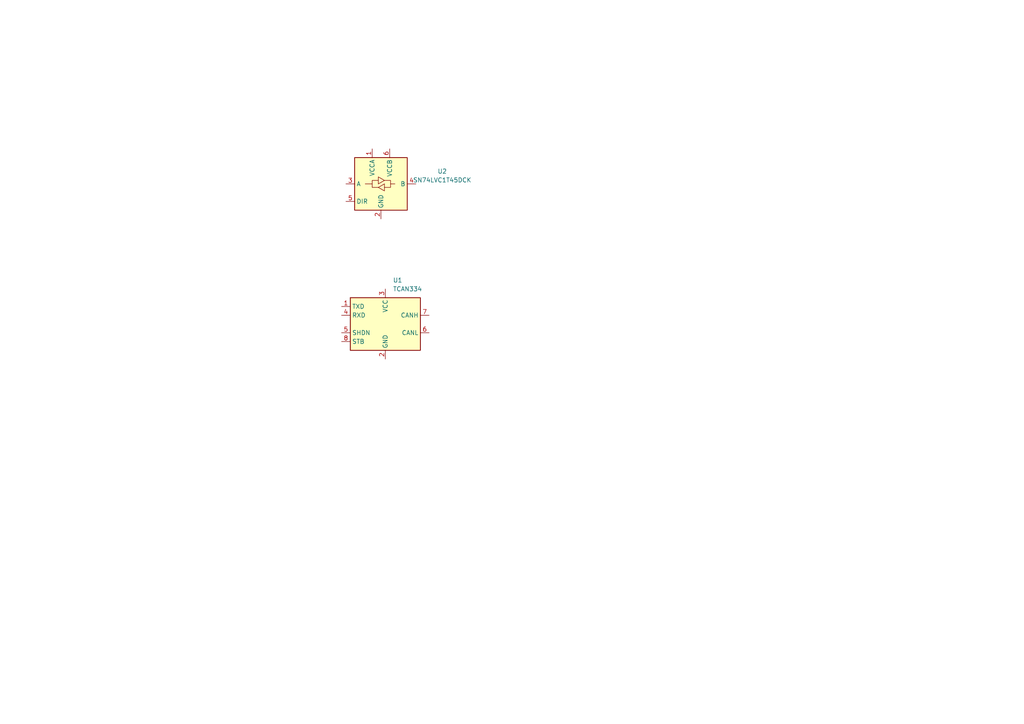
<source format=kicad_sch>
(kicad_sch (version 20230121) (generator eeschema)
  (paper "A4")
  (lib_symbols
    (symbol "Interface_CAN_LIN:TCAN334"
      (property "Reference" "U" (at -10.16 8.89 0))
      (property "Value" "TCAN334" (at 2.54 8.89 0))
      (symbol "TCAN334_0_1"
        (rectangle (start -10.16 7.62) (end 10.16 -7.62) (stroke (width 0.254)) (fill (type background)))
      )
      (symbol "TCAN334_1_1"
        (pin input line (at -12.7 5.08 0) (length 2.54) (name "TXD") (number "1"))
        (pin power_in line (at 0 -10.16 90) (length 2.54) (name "GND") (number "2"))
        (pin power_in line (at 0 10.16 270) (length 2.54) (name "VCC") (number "3"))
        (pin tri_state line (at -12.7 2.54 0) (length 2.54) (name "RXD") (number "4"))
        (pin input line (at -12.7 -2.54 0) (length 2.54) (name "SHDN") (number "5"))
        (pin bidirectional line (at 12.7 -2.54 180) (length 2.54) (name "CANL") (number "6"))
        (pin bidirectional line (at 12.7 2.54 180) (length 2.54) (name "CANH") (number "7"))
        (pin input line (at -12.7 -5.08 0) (length 2.54) (name "STB") (number "8"))
      )
    )
    (symbol "Logic_LevelTranslator:SN74LVC1T45DCK"
      (property "Reference" "U" (at -6.35 8.89 0))
      (property "Value" "SN74LVC1T45DCK" (at 3.81 8.89 0))
      (symbol "SN74LVC1T45DCK_0_1"
        (rectangle (start -7.62 7.62) (end 7.62 -7.62) (stroke (width 0.254)) (fill (type background)))
        (polyline (pts (xy -2.54 0) (xy -2.54 1.016) (xy -0.762 1.016)))
        (polyline (pts (xy 2.794 0) (xy 2.794 -1.016) (xy 1.016 -1.016)))
        (polyline (pts (xy -0.762 -1.016) (xy -2.54 -1.016) (xy -2.54 0) (xy -4.572 0)))
        (polyline (pts (xy -0.762 0) (xy -0.762 2.032) (xy 1.016 1.016) (xy -0.762 0)))
        (polyline (pts (xy 1.016 1.016) (xy 2.794 1.016) (xy 2.794 0) (xy 4.064 0)))
        (polyline (pts (xy 1.016 0) (xy 1.016 -1.778) (xy 1.016 -2.032) (xy -0.762 -1.016) (xy 1.016 0)))
      )
      (symbol "SN74LVC1T45DCK_1_1"
        (pin power_in line (at -2.54 10.16 270) (length 2.54) (name "VCCA") (number "1"))
        (pin power_in line (at 0 -10.16 90) (length 2.54) (name "GND") (number "2"))
        (pin bidirectional line (at -10.16 0 0) (length 2.54) (name "A") (number "3"))
        (pin bidirectional line (at 10.16 0 180) (length 2.54) (name "B") (number "4"))
        (pin input line (at -10.16 -5.08 0) (length 2.54) (name "DIR") (number "5"))
        (pin power_in line (at 2.54 10.16 270) (length 2.54) (name "VCCB") (number "6"))
      )
    )
  )
  (symbol (lib_id "Logic_LevelTranslator:SN74LVC1T45DCK") (at 110.49 53.34 0) (unit 1)
    (property "Reference" "U2" (at 128.27 49.6921 0))
    (property "Value" "SN74LVC1T45DCK" (at 128.27 52.2321 0))
    (property "Footprint" "Package_TO_SOT_SMD:SOT-363_SC-70-6" (effects hide))
    (property "Datasheet" "http://www.ti.com/lit/ds/symlink/sn74lvc1t45.pdf" (effects hide))
  )
  (symbol (lib_id "Interface_CAN_LIN:TCAN334") (at 111.76 93.98 0) (unit 1)
    (property "Reference" "U1" (at 113.9541 81.28 0) (effects (justify left)))
    (property "Value" "TCAN334" (at 113.9541 83.82 0) (effects (justify left)))
    (property "Datasheet" "http://www.ti.com/lit/ds/symlink/tcan337.pdf" (effects hide))
  )
)
</source>
